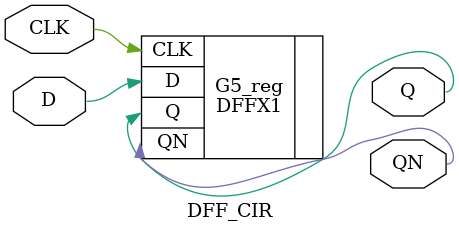
<source format=v>
module DFF_CIR(D, CLK, Q, QN);
input D;
input CLK;
output Q;
output QN;

DFFX1 G5_reg(.CLK(CLK), .D(D),.Q(Q), .QN(QN));
endmodule

</source>
